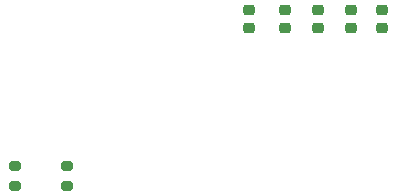
<source format=gbp>
%TF.GenerationSoftware,KiCad,Pcbnew,8.0.5*%
%TF.CreationDate,2024-12-24T01:11:55+09:00*%
%TF.ProjectId,Balancing_robot,42616c61-6e63-4696-9e67-5f726f626f74,rev?*%
%TF.SameCoordinates,Original*%
%TF.FileFunction,Paste,Bot*%
%TF.FilePolarity,Positive*%
%FSLAX46Y46*%
G04 Gerber Fmt 4.6, Leading zero omitted, Abs format (unit mm)*
G04 Created by KiCad (PCBNEW 8.0.5) date 2024-12-24 01:11:55*
%MOMM*%
%LPD*%
G01*
G04 APERTURE LIST*
G04 Aperture macros list*
%AMRoundRect*
0 Rectangle with rounded corners*
0 $1 Rounding radius*
0 $2 $3 $4 $5 $6 $7 $8 $9 X,Y pos of 4 corners*
0 Add a 4 corners polygon primitive as box body*
4,1,4,$2,$3,$4,$5,$6,$7,$8,$9,$2,$3,0*
0 Add four circle primitives for the rounded corners*
1,1,$1+$1,$2,$3*
1,1,$1+$1,$4,$5*
1,1,$1+$1,$6,$7*
1,1,$1+$1,$8,$9*
0 Add four rect primitives between the rounded corners*
20,1,$1+$1,$2,$3,$4,$5,0*
20,1,$1+$1,$4,$5,$6,$7,0*
20,1,$1+$1,$6,$7,$8,$9,0*
20,1,$1+$1,$8,$9,$2,$3,0*%
G04 Aperture macros list end*
%ADD10RoundRect,0.225000X-0.250000X0.225000X-0.250000X-0.225000X0.250000X-0.225000X0.250000X0.225000X0*%
%ADD11RoundRect,0.200000X-0.275000X0.200000X-0.275000X-0.200000X0.275000X-0.200000X0.275000X0.200000X0*%
%ADD12RoundRect,0.200000X0.275000X-0.200000X0.275000X0.200000X-0.275000X0.200000X-0.275000X-0.200000X0*%
G04 APERTURE END LIST*
D10*
%TO.C,C12*%
X136005000Y-86575000D03*
X136005000Y-88125000D03*
%TD*%
D11*
%TO.C,R3*%
X116224200Y-99801600D03*
X116224200Y-101451600D03*
%TD*%
D10*
%TO.C,C6*%
X139055000Y-86575000D03*
X139055000Y-88125000D03*
%TD*%
D12*
%TO.C,R8*%
X120593000Y-101451600D03*
X120593000Y-99801600D03*
%TD*%
D10*
%TO.C,C10*%
X147315000Y-86590000D03*
X147315000Y-88140000D03*
%TD*%
%TO.C,C8*%
X144625000Y-86590000D03*
X144625000Y-88140000D03*
%TD*%
%TO.C,C7*%
X141875000Y-86575000D03*
X141875000Y-88125000D03*
%TD*%
M02*

</source>
